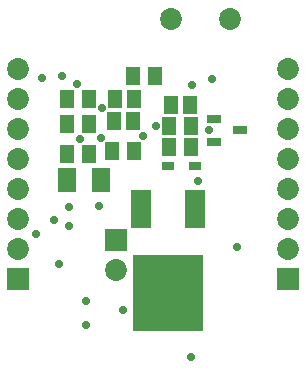
<source format=gbs>
G04*
G04 #@! TF.GenerationSoftware,Altium Limited,Altium Designer,19.1.7 (138)*
G04*
G04 Layer_Color=16711935*
%FSLAX24Y24*%
%MOIN*%
G70*
G01*
G75*
%ADD21R,0.0458X0.0627*%
%ADD26R,0.0454X0.0631*%
%ADD27C,0.0730*%
%ADD28R,0.0730X0.0730*%
%ADD29C,0.0280*%
%ADD39R,0.0710X0.1261*%
%ADD40R,0.2363X0.2521*%
%ADD41R,0.0411X0.0261*%
%ADD42R,0.0608X0.0789*%
%ADD43R,0.0493X0.0316*%
D21*
X5581Y-3700D02*
D03*
X6219D02*
D03*
X3681Y-4250D02*
D03*
X4319D02*
D03*
X4369Y-3500D02*
D03*
X3731D02*
D03*
D26*
X5526Y-5100D02*
D03*
X6274D02*
D03*
X5526Y-4400D02*
D03*
X6274D02*
D03*
X2126Y-3500D02*
D03*
X2874D02*
D03*
X2126Y-4350D02*
D03*
X2874D02*
D03*
X2126Y-5350D02*
D03*
X2874D02*
D03*
X4374Y-5250D02*
D03*
X3626D02*
D03*
X4326Y-2750D02*
D03*
X5074D02*
D03*
D27*
X3750Y-9200D02*
D03*
X5581Y-850D02*
D03*
X7550D02*
D03*
X9500Y-2500D02*
D03*
Y-3500D02*
D03*
Y-4500D02*
D03*
Y-5500D02*
D03*
Y-6500D02*
D03*
Y-7500D02*
D03*
Y-8500D02*
D03*
X500Y-2500D02*
D03*
Y-3500D02*
D03*
Y-4500D02*
D03*
Y-5500D02*
D03*
Y-6500D02*
D03*
Y-7500D02*
D03*
Y-8500D02*
D03*
D28*
X3750Y-8200D02*
D03*
X9500Y-9500D02*
D03*
X500D02*
D03*
D29*
X5100Y-4400D02*
D03*
X4650Y-4750D02*
D03*
X3300Y-3800D02*
D03*
X3250Y-4800D02*
D03*
X2550Y-4850D02*
D03*
X1850Y-9000D02*
D03*
X1950Y-2750D02*
D03*
X2450Y-3000D02*
D03*
X6300Y-3050D02*
D03*
X6950Y-2850D02*
D03*
X6850Y-4550D02*
D03*
X2200Y-7750D02*
D03*
X1700Y-7550D02*
D03*
X2200Y-7100D02*
D03*
X1300Y-2800D02*
D03*
X6250Y-12100D02*
D03*
X4000Y-10550D02*
D03*
X7800Y-8450D02*
D03*
X1100Y-8000D02*
D03*
X2750Y-11050D02*
D03*
Y-10250D02*
D03*
X3200Y-7076D02*
D03*
X6500Y-6250D02*
D03*
D39*
X4600Y-7159D02*
D03*
X6400D02*
D03*
D40*
X5500Y-9955D02*
D03*
D41*
X6403Y-5750D02*
D03*
X5497D02*
D03*
D42*
X2137Y-6200D02*
D03*
X3263D02*
D03*
D43*
X7017Y-4924D02*
D03*
Y-4176D02*
D03*
X7883Y-4550D02*
D03*
M02*

</source>
